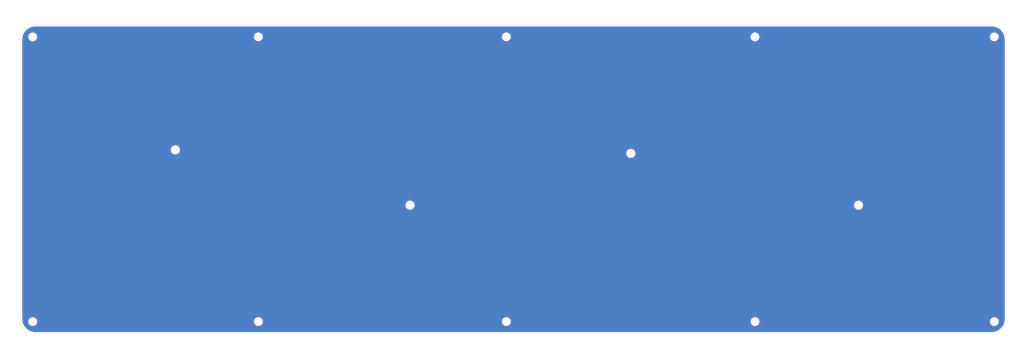
<source format=kicad_pcb>
(kicad_pcb (version 20211014) (generator pcbnew)
  (title_block (title "dynamis by bbrfkr") (date "2021-12-25") (rev "v1.0.0"))
  (layers (0 "F.Cu" signal) (31 "B.Cu" signal) (34 "B.Paste" user) (35 "F.Paste" user) (36 "B.SilkS" user "B.Silkscreen") (37 "F.SilkS" user "F.Silkscreen") (38 "B.Mask" user) (39 "F.Mask" user) (44 "Edge.Cuts" user))
  (net 0 "")
  (footprint "dynamis:logo" (layer "B.Cu") (at 371.7544 187.3758 180)
    (fp_text reference "LOGO01")
    (fp_text value "LOGO" hide)
  )
  (gr_line (start 329.844982 153.451394) (end 329.487988 153.212895) (layer "Edge.Cuts") (width 0.1))
  (gr_line (start 42.079414 194.5239) (end 42.079414 194.5239) (layer "Edge.Cuts") (width 0.1))
  (gr_line (start 294.132 191.690907) (end 294.132 191.690907) (layer "Edge.Cuts") (width 0.1))
  (gr_line (start 44.369534 192.248906) (end 44.594554 191.915905) (layer "Edge.Cuts") (width 0.1))
  (gr_line (start 377.833996 193.400898) (end 377.500988 193.625897) (layer "Edge.Cuts") (width 0.1))
  (gr_line (start 330.686993 153.451394) (end 330.686993 153.451394) (layer "Edge.Cuts") (width 0.1))
  (gr_line (start 376.125012 94.69122) (end 376.125012 94.69122) (layer "Edge.Cuts") (width 0.1))
  (gr_line (start 208.333019 93.31503) (end 208.742016 93.23251) (layer "Edge.Cuts") (width 0.1))
  (gr_line (start 378.141979 94.28251) (end 378.141979 94.28251) (layer "Edge.Cuts") (width 0.1))
  (gr_line (start 46.079484 193.400898) (end 45.745724 193.625897) (layer "Edge.Cuts") (width 0.1))
  (gr_line (start 174.727993 153.192692) (end 174.489987 152.835793) (layer "Edge.Cuts") (width 0.1))
  (gr_line (start 294.540997 193.707898) (end 294.132 193.625897) (layer "Edge.Cuts") (width 0.1))
  (gr_line (start 46.239354 90.190966) (end 376.179974 90.190966) (layer "Edge.Cuts") (width 0.1))
  (gr_line (start 124.146893 193.066899) (end 123.921894 193.400898) (layer "Edge.Cuts") (width 0.1))
  (gr_line (start 175.933987 151.401291) (end 176.283993 151.636994) (layer "Edge.Cuts") (width 0.1))
  (gr_line (start 122.436894 93.54005) (end 122.770695 93.31503) (layer "Edge.Cuts") (width 0.1))
  (gr_line (start 376.125012 94.69122) (end 376.042004 94.28251) (layer "Edge.Cuts") (width 0.1))
  (gr_line (start 294.132 193.625897) (end 294.132 193.625897) (layer "Edge.Cuts") (width 0.1))
  (gr_line (start 93.755802 134.109494) (end 93.517403 133.752594) (layer "Edge.Cuts") (width 0.1))
  (gr_line (start 45.259344 90.287927) (end 46.239354 90.190966) (layer "Edge.Cuts") (width 0.1))
  (gr_line (start 44.594554 95.024972) (end 44.369534 94.691209) (layer "Edge.Cuts") (width 0.1))
  (gr_line (start 378.059979 193.066899) (end 377.833996 193.400898) (layer "Edge.Cuts") (width 0.1))
  (gr_line (start 329.165966 152.435097) (end 329.249981 152.014096) (layer "Edge.Cuts") (width 0.1))
  (gr_line (start 377.833996 193.400898) (end 377.833996 193.400898) (layer "Edge.Cuts") (width 0.1))
  (gr_line (start 208.333019 95.25) (end 208.333019 95.25) (layer "Edge.Cuts") (width 0.1))
  (gr_line (start 208.742016 95.33251) (end 208.333019 95.25) (layer "Edge.Cuts") (width 0.1))
  (gr_line (start 42.703821 195.285901) (end 42.703821 195.285901) (layer "Edge.Cuts") (width 0.1))
  (gr_line (start 378.059979 93.8738) (end 378.141979 94.28251) (layer "Edge.Cuts") (width 0.1))
  (gr_line (start 293.572994 193.066899) (end 293.572994 193.066899) (layer "Edge.Cuts") (width 0.1))
  (gr_line (start 376.682995 193.625897) (end 376.350018 193.400898) (layer "Edge.Cuts") (width 0.1))
  (gr_line (start 122.211895 193.066899) (end 122.129398 192.657902) (layer "Edge.Cuts") (width 0.1))
  (gr_line (start 93.433705 133.331692) (end 93.433705 133.331692) (layer "Edge.Cuts") (width 0.1))
  (gr_line (start 381.083019 192.729901) (end 380.799023 193.662899) (layer "Edge.Cuts") (width 0.1))
  (gr_line (start 376.350018 93.54005) (end 376.350018 93.54005) (layer "Edge.Cuts") (width 0.1))
  (gr_line (start 380.340008 92.416959) (end 380.340008 92.416959) (layer "Edge.Cuts") (width 0.1))
  (gr_line (start 209.484005 193.400898) (end 209.151013 193.625897) (layer "Edge.Cuts") (width 0.1))
  (gr_line (start 380.340008 92.416959) (end 380.799023 93.277549) (layer "Edge.Cuts") (width 0.1))
  (gr_line (start 174.489987 152.835793) (end 174.405987 152.414891) (layer "Edge.Cuts") (width 0.1))
  (gr_line (start 376.042004 192.657902) (end 376.125012 192.248906) (layer "Edge.Cuts") (width 0.1))
  (gr_line (start 93.517403 132.910691) (end 93.517403 132.910691) (layer "Edge.Cuts") (width 0.1))
  (gr_line (start 209.484005 93.54005) (end 209.484005 93.54005) (layer "Edge.Cuts") (width 0.1))
  (gr_line (start 124.229389 94.28251) (end 124.229389 94.28251) (layer "Edge.Cuts") (width 0.1))
  (gr_line (start 379.715984 91.655432) (end 380.340008 92.416959) (layer "Edge.Cuts") (width 0.1))
  (gr_line (start 207.99902 95.02498) (end 207.774014 94.69122) (layer "Edge.Cuts") (width 0.1))
  (gr_line (start 376.350018 95.02497) (end 376.350018 95.02497) (layer "Edge.Cuts") (width 0.1))
  (gr_line (start 250.910015 133.753296) (end 250.910015 133.753296) (layer "Edge.Cuts") (width 0.1))
  (gr_line (start 46.239354 196.749897) (end 45.259344 196.652897) (layer "Edge.Cuts") (width 0.1))
  (gr_line (start 376.179974 196.749897) (end 46.239354 196.749897) (layer "Edge.Cuts") (width 0.1))
  (gr_line (start 208.742016 193.707898) (end 208.742016 193.707898) (layer "Edge.Cuts") (width 0.1))
  (gr_line (start 46.079484 191.915905) (end 46.079484 191.915905) (layer "Edge.Cuts") (width 0.1))
  (gr_line (start 122.129398 192.657902) (end 122.211895 192.248906) (layer "Edge.Cuts") (width 0.1))
  (gr_line (start 251.687023 135.631195) (end 251.266018 135.547394) (layer "Edge.Cuts") (width 0.1))
  (gr_line (start 293.798 193.400898) (end 293.572994 193.066899) (layer "Edge.Cuts") (width 0.1))
  (gr_line (start 45.738834 93.312429) (end 45.738834 93.312429) (layer "Edge.Cuts") (width 0.1))
  (gr_line (start 44.928314 193.625897) (end 44.928314 193.625897) (layer "Edge.Cuts") (width 0.1))
  (gr_line (start 46.304504 192.248906) (end 46.387014 192.657902) (layer "Edge.Cuts") (width 0.1))
  (gr_line (start 377.091992 95.33251) (end 377.091992 95.33251) (layer "Edge.Cuts") (width 0.1))
  (gr_line (start 293.572994 94.69122) (end 293.490994 94.28251) (layer "Edge.Cuts") (width 0.1))
  (gr_line (start 44.928314 93.315019) (end 44.928314 93.315019) (layer "Edge.Cuts") (width 0.1))
  (gr_line (start 208.333019 191.690907) (end 208.333019 191.690907) (layer "Edge.Cuts") (width 0.1))
  (gr_line (start 44.594554 191.915905) (end 44.594554 191.915905) (layer "Edge.Cuts") (width 0.1))
  (gr_line (start 45.745724 193.625897) (end 45.745724 193.625897) (layer "Edge.Cuts") (width 0.1))
  (gr_line (start 41.336316 192.729901) (end 41.336316 192.729901) (layer "Edge.Cuts") (width 0.1))
  (gr_line (start 123.179394 95.33251) (end 123.179394 95.33251) (layer "Edge.Cuts") (width 0.1))
  (gr_line (start 122.436894 95.02497) (end 122.211895 94.69122) (layer "Edge.Cuts") (width 0.1))
  (gr_line (start 44.928314 95.249992) (end 44.928314 95.249992) (layer "Edge.Cuts") (width 0.1))
  (gr_line (start 293.798 193.400898) (end 293.798 193.400898) (layer "Edge.Cuts") (width 0.1))
  (gr_line (start 250.671017 134.952095) (end 250.671017 134.952095) (layer "Edge.Cuts") (width 0.1))
  (gr_line (start 376.179974 90.190966) (end 377.159985 90.287927) (layer "Edge.Cuts") (width 0.1))
  (gr_line (start 331.043987 153.212895) (end 331.043987 153.212895) (layer "Edge.Cuts") (width 0.1))
  (gr_line (start 252.704006 134.110199) (end 252.786999 134.531197) (layer "Edge.Cuts") (width 0.1))
  (gr_line (start 44.928314 191.690907) (end 44.928314 191.690907) (layer "Edge.Cuts") (width 0.1))
  (gr_line (start 295.283001 95.02497) (end 295.283001 95.02497) (layer "Edge.Cuts") (width 0.1))
  (gr_line (start 94.954601 132.315392) (end 94.954601 132.315392) (layer "Edge.Cuts") (width 0.1))
  (gr_line (start 377.833996 191.915905) (end 377.833996 191.915905) (layer "Edge.Cuts") (width 0.1))
  (gr_line (start 376.125012 192.248906) (end 376.350018 191.915905) (layer "Edge.Cuts") (width 0.1))
  (gr_line (start 176.518994 152.842999) (end 176.518994 152.842999) (layer "Edge.Cuts") (width 0.1))
  (gr_line (start 293.798 95.02497) (end 293.572994 94.69122) (layer "Edge.Cuts") (width 0.1))
  (gr_line (start 294.132 95.25) (end 294.132 95.25) (layer "Edge.Cuts") (width 0.1))
  (gr_line (start 209.792004 94.28251) (end 209.792004 94.28251) (layer "Edge.Cuts") (width 0.1))
  (gr_line (start 376.179974 90.190966) (end 376.179974 90.190966) (layer "Edge.Cuts") (width 0.1))
  (gr_line (start 293.572994 93.8738) (end 293.798 93.54005) (layer "Edge.Cuts") (width 0.1))
  (gr_line (start 45.259344 90.287927) (end 45.259344 90.287927) (layer "Edge.Cuts") (width 0.1))
  (gr_line (start 295.508007 93.8738) (end 295.591 94.28251) (layer "Edge.Cuts") (width 0.1))
  (gr_line (start 378.092999 90.571568) (end 378.953991 91.031025) (layer "Edge.Cuts") (width 0.1))
  (gr_line (start 176.283993 151.636994) (end 176.283993 151.636994) (layer "Edge.Cuts") (width 0.1))
  (gr_line (start 122.770695 191.690907) (end 122.770695 191.690907) (layer "Edge.Cuts") (width 0.1))
  (gr_line (start 295.508007 94.69122) (end 295.283001 95.02497) (layer "Edge.Cuts") (width 0.1))
  (gr_line (start 46.079484 193.400898) (end 46.079484 193.400898) (layer "Edge.Cuts") (width 0.1))
  (gr_line (start 46.387014 94.282509) (end 46.304504 94.691209) (layer "Edge.Cuts") (width 0.1))
  (gr_line (start 122.436894 191.915905) (end 122.436894 191.915905) (layer "Edge.Cuts") (width 0.1))
  (gr_line (start 41.239355 191.749897) (end 41.239355 191.749897) (layer "Edge.Cuts") (width 0.1))
  (gr_line (start 294.949993 95.25) (end 294.949993 95.25) (layer "Edge.Cuts") (width 0.1))
  (gr_line (start 46.387014 192.657902) (end 46.387014 192.657902) (layer "Edge.Cuts") (width 0.1))
  (gr_line (start 294.540997 93.23251) (end 294.540997 93.23251) (layer "Edge.Cuts") (width 0.1))
  (gr_line (start 42.703821 195.285901) (end 42.079414 194.5239) (layer "Edge.Cuts") (width 0.1))
  (gr_line (start 93.755802 132.553891) (end 93.755802 132.553891) (layer "Edge.Cuts") (width 0.1))
  (gr_line (start 94.533703 134.431694) (end 94.533703 134.431694) (layer "Edge.Cuts") (width 0.1))
  (gr_line (start 122.770695 95.25) (end 122.436894 95.02497) (layer "Edge.Cuts") (width 0.1))
  (gr_line (start 174.489987 151.993889) (end 174.489987 151.993889) (layer "Edge.Cuts") (width 0.1))
  (gr_line (start 251.687023 133.431199) (end 252.108029 133.514897) (layer "Edge.Cuts") (width 0.1))
  (gr_line (start 207.692013 192.657902) (end 207.774014 192.248906) (layer "Edge.Cuts") (width 0.1))
  (gr_line (start 294.949993 95.25) (end 294.540997 95.33251) (layer "Edge.Cuts") (width 0.1))
  (gr_line (start 380.799023 93.277549) (end 381.083019 94.210959) (layer "Edge.Cuts") (width 0.1))
  (gr_line (start 93.517403 133.752594) (end 93.517403 133.752594) (layer "Edge.Cuts") (width 0.1))
  (gr_line (start 329.487988 153.212895) (end 329.249981 152.855996) (layer "Edge.Cuts") (width 0.1))
  (gr_line (start 42.703821 91.655432) (end 43.465354 91.031025) (layer "Edge.Cuts") (width 0.1))
  (gr_line (start 377.500988 191.690907) (end 377.500988 191.690907) (layer "Edge.Cuts") (width 0.1))
  (gr_line (start 295.508007 192.248906) (end 295.591 192.657902) (layer "Edge.Cuts") (width 0.1))
  (gr_line (start 295.283001 193.400898) (end 295.283001 193.400898) (layer "Edge.Cuts") (width 0.1))
  (gr_line (start 381.180004 95.190969) (end 381.180004 191.749897) (layer "Edge.Cuts") (width 0.1))
  (gr_line (start 45.337014 93.232509) (end 45.738834 93.312429) (layer "Edge.Cuts") (width 0.1))
  (gr_line (start 46.079484 95.024972) (end 46.079484 95.024972) (layer "Edge.Cuts") (width 0.1))
  (gr_line (start 41.336316 192.729901) (end 41.239355 191.749897) (layer "Edge.Cuts") (width 0.1))
  (gr_line (start 378.953991 195.909901) (end 378.953991 195.909901) (layer "Edge.Cuts") (width 0.1))
  (gr_line (start 176.605999 152.414898) (end 176.518994 152.842999) (layer "Edge.Cuts") (width 0.1))
  (gr_line (start 376.682995 193.625897) (end 376.682995 193.625897) (layer "Edge.Cuts") (width 0.1))
  (gr_line (start 329.487988 153.212895) (end 329.487988 153.212895) (layer "Edge.Cuts") (width 0.1))
  (gr_line (start 207.774014 193.066899) (end 207.692013 192.657902) (layer "Edge.Cuts") (width 0.1))
  (gr_line (start 94.954601 134.347893) (end 94.954601 134.347893) (layer "Edge.Cuts") (width 0.1))
  (gr_line (start 124.146893 93.8738) (end 124.146893 93.8738) (layer "Edge.Cuts") (width 0.1))
  (gr_line (start 46.304504 94.691212) (end 46.079484 95.024972) (layer "Edge.Cuts") (width 0.1))
  (gr_line (start 95.311501 132.553891) (end 95.311501 132.553891) (layer "Edge.Cuts") (width 0.1))
  (gr_line (start 377.833996 95.02497) (end 377.833996 95.02497) (layer "Edge.Cuts") (width 0.1))
  (gr_line (start 209.151013 93.31503) (end 209.151013 93.31503) (layer "Edge.Cuts") (width 0.1))
  (gr_line (start 377.159985 196.652897) (end 376.179974 196.749897) (layer "Edge.Cuts") (width 0.1))
  (gr_line (start 44.928314 191.690907) (end 45.337014 191.607907) (layer "Edge.Cuts") (width 0.1))
  (gr_line (start 122.436894 93.54005) (end 122.436894 93.54005) (layer "Edge.Cuts") (width 0.1))
  (gr_line (start 380.340008 194.5239) (end 379.715984 195.285901) (layer "Edge.Cuts") (width 0.1))
  (gr_line (start 44.369534 94.691209) (end 44.369534 94.691209) (layer "Edge.Cuts") (width 0.1))
  (gr_line (start 209.484005 193.400898) (end 209.484005 193.400898) (layer "Edge.Cuts") (width 0.1))
  (gr_line (start 45.337014 95.332512) (end 44.928314 95.249992) (layer "Edge.Cuts") (width 0.1))
  (gr_line (start 329.249981 152.014096) (end 329.487988 151.657296) (layer "Edge.Cuts") (width 0.1))
  (gr_line (start 44.287014 192.657902) (end 44.369534 192.248906) (layer "Edge.Cuts") (width 0.1))
  (gr_line (start 207.774014 192.248906) (end 207.99902 191.915905) (layer "Edge.Cuts") (width 0.1))
  (gr_line (start 376.682995 93.31503) (end 376.682995 93.31503) (layer "Edge.Cuts") (width 0.1))
  (gr_line (start 250.910015 135.308995) (end 250.671017 134.952095) (layer "Edge.Cuts") (width 0.1))
  (gr_line (start 44.594554 191.915905) (end 44.928314 191.690907) (layer "Edge.Cuts") (width 0.1))
  (gr_line (start 209.151013 95.25) (end 208.742016 95.33251) (layer "Edge.Cuts") (width 0.1))
  (gr_line (start 295.283001 93.54005) (end 295.283001 93.54005) (layer "Edge.Cuts") (width 0.1))
  (gr_line (start 174.405987 152.414891) (end 174.405987 152.414891) (layer "Edge.Cuts") (width 0.1))
  (gr_line (start 378.141979 192.657902) (end 378.141979 192.657902) (layer "Edge.Cuts") (width 0.1))
  (gr_line (start 174.489987 152.835793) (end 174.489987 152.835793) (layer "Edge.Cuts") (width 0.1))
  (gr_line (start 331.043987 151.657296) (end 331.043987 151.657296) (layer "Edge.Cuts") (width 0.1))
  (gr_line (start 44.325934 196.368901) (end 44.325934 196.368901) (layer "Edge.Cuts") (width 0.1))
  (gr_line (start 294.540997 191.607907) (end 294.540997 191.607907) (layer "Edge.Cuts") (width 0.1))
  (gr_line (start 41.239355 191.749897) (end 41.239355 95.190969) (layer "Edge.Cuts") (width 0.1))
  (gr_line (start 331.283001 152.014096) (end 331.366009 152.435097) (layer "Edge.Cuts") (width 0.1))
  (gr_line (start 122.770695 193.625897) (end 122.770695 193.625897) (layer "Edge.Cuts") (width 0.1))
  (gr_line (start 123.179394 93.23251) (end 123.588093 93.31503) (layer "Edge.Cuts") (width 0.1))
  (gr_line (start 94.954601 132.315392) (end 95.311501 132.553891) (layer "Edge.Cuts") (width 0.1))
  (gr_line (start 209.709011 93.87381) (end 209.792004 94.28251) (layer "Edge.Cuts") (width 0.1))
  (gr_line (start 330.265972 153.535092) (end 329.844982 153.451394) (layer "Edge.Cuts") (width 0.1))
  (gr_line (start 122.770695 95.25) (end 122.770695 95.25) (layer "Edge.Cuts") (width 0.1))
  (gr_line (start 208.333019 191.690907) (end 208.742016 191.607907) (layer "Edge.Cuts") (width 0.1))
  (gr_line (start 122.211895 192.248906) (end 122.436894 191.915905) (layer "Edge.Cuts") (width 0.1))
  (gr_line (start 378.953991 195.909901) (end 378.092999 196.368901) (layer "Edge.Cuts") (width 0.1))
  (gr_line (start 45.745724 95.249992) (end 45.337014 95.332512) (layer "Edge.Cuts") (width 0.1))
  (gr_line (start 44.369534 94.691209) (end 44.287014 94.282509) (layer "Edge.Cuts") (width 0.1))
  (gr_line (start 44.928314 93.315019) (end 45.337014 93.232509) (layer "Edge.Cuts") (width 0.1))
  (gr_line (start 329.249981 152.014096) (end 329.249981 152.014096) (layer "Edge.Cuts") (width 0.1))
  (gr_line (start 294.540997 95.33251) (end 294.540997 95.33251) (layer "Edge.Cuts") (width 0.1))
  (gr_line (start 123.588093 193.625897) (end 123.588093 193.625897) (layer "Edge.Cuts") (width 0.1))
  (gr_line (start 379.715984 195.285901) (end 378.953991 195.909901) (layer "Edge.Cuts") (width 0.1))
  (gr_line (start 176.518994 151.986695) (end 176.605999 152.414895) (layer "Edge.Cuts") (width 0.1))
  (gr_line (start 123.588093 191.690907) (end 123.588093 191.690907) (layer "Edge.Cuts") (width 0.1))
  (gr_line (start 95.5499 133.752594) (end 95.5499 133.752594) (layer "Edge.Cuts") (width 0.1))
  (gr_line (start 252.704006 134.952095) (end 252.465023 135.308995) (layer "Edge.Cuts") (width 0.1))
  (gr_line (start 123.179394 95.33251) (end 122.770695 95.25) (layer "Edge.Cuts") (width 0.1))
  (gr_line (start 207.99902 95.02498) (end 207.99902 95.02498) (layer "Edge.Cuts") (width 0.1))
  (gr_line (start 42.079414 194.5239) (end 41.619957 193.662899) (layer "Edge.Cuts") (width 0.1))
  (gr_line (start 380.799023 193.662899) (end 380.799023 193.662899) (layer "Edge.Cuts") (width 0.1))
  (gr_line (start 376.350018 193.400898) (end 376.125012 193.066899) (layer "Edge.Cuts") (width 0.1))
  (gr_line (start 330.686993 153.451394) (end 330.265972 153.535092) (layer "Edge.Cuts") (width 0.1))
  (gr_line (start 209.151013 191.690907) (end 209.151013 191.690907) (layer "Edge.Cuts") (width 0.1))
  (gr_line (start 123.921894 93.54005) (end 124.146893 93.8738) (layer "Edge.Cuts") (width 0.1))
  (gr_line (start 378.953991 91.031025) (end 378.953991 91.031025) (layer "Edge.Cuts") (width 0.1))
  (gr_line (start 209.709011 192.248906) (end 209.792004 192.657902) (layer "Edge.Cuts") (width 0.1))
  (gr_line (start 250.910015 135.308995) (end 250.910015 135.308995) (layer "Edge.Cuts") (width 0.1))
  (gr_line (start 207.692013 192.657902) (end 207.692013 192.657902) (layer "Edge.Cuts") (width 0.1))
  (gr_line (start 124.229389 94.28251) (end 124.146893 94.69122) (layer "Edge.Cuts") (width 0.1))
  (gr_line (start 176.283993 153.192696) (end 175.933987 153.428395) (layer "Edge.Cuts") (width 0.1))
  (gr_line (start 41.239355 95.190969) (end 41.239355 95.190969) (layer "Edge.Cuts") (width 0.1))
  (gr_line (start 330.265972 151.335095) (end 330.686993 151.418793) (layer "Edge.Cuts") (width 0.1))
  (gr_line (start 295.283001 93.54005) (end 295.508007 93.8738) (layer "Edge.Cuts") (width 0.1))
  (gr_line (start 376.125012 93.8738) (end 376.125012 93.8738) (layer "Edge.Cuts") (width 0.1))
  (gr_line (start 44.369534 93.873799) (end 44.369534 93.873799) (layer "Edge.Cuts") (width 0.1))
  (gr_line (start 41.239355 95.190969) (end 41.336316 94.210959) (layer "Edge.Cuts") (width 0.1))
  (gr_line (start 44.594554 95.024972) (end 44.594554 95.024972) (layer "Edge.Cuts") (width 0.1))
  (gr_line (start 124.146893 192.248906) (end 124.229389 192.657902) (layer "Edge.Cuts") (width 0.1))
  (gr_line (start 43.465354 195.909901) (end 42.703821 195.285901) (layer "Edge.Cuts") (width 0.1))
  (gr_line (start 377.833996 95.02497) (end 377.500988 95.25) (layer "Edge.Cuts") (width 0.1))
  (gr_line (start 124.146893 94.69122) (end 123.921894 95.02497) (layer "Edge.Cuts") (width 0.1))
  (gr_line (start 175.933987 153.428395) (end 175.933987 153.428395) (layer "Edge.Cuts") (width 0.1))
  (gr_line (start 209.792004 192.657902) (end 209.792004 192.657902) (layer "Edge.Cuts") (width 0.1))
  (gr_line (start 175.084988 151.398591) (end 175.505993 151.314892) (layer "Edge.Cuts") (width 0.1))
  (gr_line (start 44.325934 196.368901) (end 43.465354 195.909901) (layer "Edge.Cuts") (width 0.1))
  (gr_line (start 331.043987 153.212895) (end 330.686993 153.451394) (layer "Edge.Cuts") (width 0.1))
  (gr_line (start 45.337014 193.707898) (end 44.928314 193.625897) (layer "Edge.Cuts") (width 0.1))
  (gr_line (start 175.505993 151.314892) (end 175.933987 151.401291) (layer "Edge.Cuts") (width 0.1))
  (gr_line (start 252.108029 135.547394) (end 252.108029 135.547394) (layer "Edge.Cuts") (width 0.1))
  (gr_line (start 250.671017 134.110199) (end 250.910015 133.753296) (layer "Edge.Cuts") (width 0.1))
  (gr_line (start 209.484005 191.915905) (end 209.709011 192.248906) (layer "Edge.Cuts") (width 0.1))
  (gr_line (start 124.229389 192.657902) (end 124.229389 192.657902) (layer "Edge.Cuts") (width 0.1))
  (gr_line (start 251.266018 135.547394) (end 251.266018 135.547394) (layer "Edge.Cuts") (width 0.1))
  (gr_line (start 175.505993 153.514893) (end 175.084988 153.431092) (layer "Edge.Cuts") (width 0.1))
  (gr_line (start 122.129398 94.28251) (end 122.129398 94.28251) (layer "Edge.Cuts") (width 0.1))
  (gr_line (start 295.508007 192.248906) (end 295.508007 192.248906) (layer "Edge.Cuts") (width 0.1))
  (gr_line (start 123.921894 191.915905) (end 123.921894 191.915905) (layer "Edge.Cuts") (width 0.1))
  (gr_line (start 44.325934 90.571568) (end 45.259344 90.287927) (layer "Edge.Cuts") (width 0.1))
  (gr_line (start 44.594554 193.400898) (end 44.369534 193.066899) (layer "Edge.Cuts") (width 0.1))
  (gr_line (start 294.540997 193.707898) (end 294.540997 193.707898) (layer "Edge.Cuts") (width 0.1))
  (gr_line (start 46.387014 192.657902) (end 46.304504 193.066899) (layer "Edge.Cuts") (width 0.1))
  (gr_line (start 46.079484 93.540039) (end 46.307094 93.880689) (layer "Edge.Cuts") (width 0.1))
  (gr_line (start 208.333019 93.31503) (end 208.333019 93.31503) (layer "Edge.Cuts") (width 0.1))
  (gr_line (start 122.211895 93.8738) (end 122.436894 93.54005) (layer "Edge.Cuts") (width 0.1))
  (gr_line (start 378.059979 192.248906) (end 378.141979 192.657902) (layer "Edge.Cuts") (width 0.1))
  (gr_line (start 45.337014 93.232509) (end 45.337014 93.232509) (layer "Edge.Cuts") (width 0.1))
  (gr_line (start 380.799023 93.277549) (end 380.799023 93.277549) (layer "Edge.Cuts") (width 0.1))
  (gr_line (start 376.682995 95.25) (end 376.682995 95.25) (layer "Edge.Cuts") (width 0.1))
  (gr_line (start 123.179394 93.23251) (end 123.179394 93.23251) (layer "Edge.Cuts") (width 0.1))
  (gr_line (start 294.949993 93.31503) (end 294.949993 93.31503) (layer "Edge.Cuts") (width 0.1))
  (gr_line (start 378.059979 94.69122) (end 377.833996 95.02497) (layer "Edge.Cuts") (width 0.1))
  (gr_line (start 252.465023 135.308995) (end 252.108029 135.547394) (layer "Edge.Cuts") (width 0.1))
  (gr_line (start 207.99902 191.915905) (end 208.333019 191.690907) (layer "Edge.Cuts") (width 0.1))
  (gr_line (start 94.112705 132.315392) (end 94.112705 132.315392) (layer "Edge.Cuts") (width 0.1))
  (gr_line (start 295.591 94.28251) (end 295.591 94.28251) (layer "Edge.Cuts") (width 0.1))
  (gr_line (start 376.682995 191.690907) (end 377.091992 191.607907) (layer "Edge.Cuts") (width 0.1))
  (gr_line (start 377.500988 95.25) (end 377.500988 95.25) (layer "Edge.Cuts") (width 0.1))
  (gr_line (start 123.179394 191.607907) (end 123.179394 191.607907) (layer "Edge.Cuts") (width 0.1))
  (gr_line (start 41.619957 93.277549) (end 42.079414 92.416959) (layer "Edge.Cuts") (width 0.1))
  (gr_line (start 44.369534 193.066899) (end 44.287014 192.657902) (layer "Edge.Cuts") (width 0.1))
  (gr_line (start 381.180004 191.749897) (end 381.180004 191.749897) (layer "Edge.Cuts") (width 0.1))
  (gr_line (start 175.505993 151.314892) (end 175.505993 151.314892) (layer "Edge.Cuts") (width 0.1))
  (gr_line (start 123.588093 93.31503) (end 123.921894 93.54005) (layer "Edge.Cuts") (width 0.1))
  (gr_line (start 122.436894 95.02497) (end 122.436894 95.02497) (layer "Edge.Cuts") (width 0.1))
  (gr_line (start 377.091992 193.707898) (end 377.091992 193.707898) (layer "Edge.Cuts") (width 0.1))
  (gr_line (start 122.211895 93.8738) (end 122.211895 93.8738) (layer "Edge.Cuts") (width 0.1))
  (gr_line (start 122.770695 191.690907) (end 123.179394 191.607907) (layer "Edge.Cuts") (width 0.1))
  (gr_line (start 209.709011 193.066899) (end 209.484005 193.400898) (layer "Edge.Cuts") (width 0.1))
  (gr_line (start 124.229389 192.657902) (end 124.146893 193.066899) (layer "Edge.Cuts") (width 0.1))
  (gr_line (start 380.340008 194.5239) (end 380.340008 194.5239) (layer "Edge.Cuts") (width 0.1))
  (gr_line (start 376.042004 94.28251) (end 376.125012 93.8738) (layer "Edge.Cuts") (width 0.1))
  (gr_line (start 330.686993 151.418793) (end 331.043987 151.657296) (layer "Edge.Cuts") (width 0.1))
  (gr_line (start 252.108029 135.547394) (end 251.687023 135.631195) (layer "Edge.Cuts") (width 0.1))
  (gr_line (start 331.043987 151.657296) (end 331.283001 152.014096) (layer "Edge.Cuts") (width 0.1))
  (gr_line (start 175.933987 153.428395) (end 175.505993 153.514893) (layer "Edge.Cuts") (width 0.1))
  (gr_line (start 250.587017 134.531197) (end 250.671017 134.110199) (layer "Edge.Cuts") (width 0.1))
  (gr_line (start 207.774014 192.248906) (end 207.774014 192.248906) (layer "Edge.Cuts") (width 0.1))
  (gr_line (start 377.091992 191.607907) (end 377.500988 191.690907) (layer "Edge.Cuts") (width 0.1))
  (gr_line (start 123.921894 193.400898) (end 123.588093 193.625897) (layer "Edge.Cuts") (width 0.1))
  (gr_line (start 376.350018 191.915905) (end 376.682995 191.690907) (layer "Edge.Cuts") (width 0.1))
  (gr_line (start 378.059979 192.248906) (end 378.059979 192.248906) (layer "Edge.Cuts") (width 0.1))
  (gr_line (start 209.792004 94.28251) (end 209.709011 94.69122) (layer "Edge.Cuts") (width 0.1))
  (gr_line (start 377.091992 193.707898) (end 376.682995 193.625897) (layer "Edge.Cuts") (width 0.1))
  (gr_line (start 46.307094 93.880689) (end 46.387014 94.282509) (layer "Edge.Cuts") (width 0.1))
  (gr_line (start 44.287014 94.282509) (end 44.287014 94.282509) (layer "Edge.Cuts") (width 0.1))
  (gr_line (start 123.588093 93.31503) (end 123.588093 93.31503) (layer "Edge.Cuts") (width 0.1))
  (gr_line (start 174.727993 151.63699) (end 175.084988 151.398591) (layer "Edge.Cuts") (width 0.1))
  (gr_line (start 209.484005 93.54005) (end 209.709011 93.87381) (layer "Edge.Cuts") (width 0.1))
  (gr_line (start 46.304504 192.248906) (end 46.304504 192.248906) (layer "Edge.Cuts") (width 0.1))
  (gr_line (start 175.084988 153.431092) (end 174.727993 153.192692) (layer "Edge.Cuts") (width 0.1))
  (gr_line (start 376.350018 95.02497) (end 376.125012 94.69122) (layer "Edge.Cuts") (width 0.1))
  (gr_line (start 95.5499 133.752594) (end 95.311501 134.109494) (layer "Edge.Cuts") (width 0.1))
  (gr_line (start 122.211895 193.066899) (end 122.211895 193.066899) (layer "Edge.Cuts") (width 0.1))
  (gr_line (start 95.311501 132.553891) (end 95.5499 132.910691) (layer "Edge.Cuts") (width 0.1))
  (gr_line (start 209.151013 193.625897) (end 208.742016 193.707898) (layer "Edge.Cuts") (width 0.1))
  (gr_line (start 376.125012 193.066899) (end 376.125012 193.066899) (layer "Edge.Cuts") (width 0.1))
  (gr_line (start 294.132 93.31503) (end 294.132 93.31503) (layer "Edge.Cuts") (width 0.1))
  (gr_line (start 378.092999 196.368901) (end 378.092999 196.368901) (layer "Edge.Cuts") (width 0.1))
  (gr_line (start 41.619957 193.662899) (end 41.619957 193.662899) (layer "Edge.Cuts") (width 0.1))
  (gr_line (start 381.180004 95.190969) (end 381.180004 95.190969) (layer "Edge.Cuts") (width 0.1))
  (gr_line (start 294.540997 95.33251) (end 294.132 95.25) (layer "Edge.Cuts") (width 0.1))
  (gr_line (start 209.484005 191.915905) (end 209.484005 191.915905) (layer "Edge.Cuts") (width 0.1))
  (gr_line (start 295.283001 95.02497) (end 294.949993 95.25) (layer "Edge.Cuts") (width 0.1))
  (gr_line (start 251.687023 135.631195) (end 251.687023 135.631195) (layer "Edge.Cuts") (width 0.1))
  (gr_line (start 377.500988 193.625897) (end 377.500988 193.625897) (layer "Edge.Cuts") (width 0.1))
  (gr_line (start 293.490994 192.657902) (end 293.572994 192.248906) (layer "Edge.Cuts") (width 0.1))
  (gr_line (start 44.287014 94.282509) (end 44.369534 93.873799) (layer "Edge.Cuts") (width 0.1))
  (gr_line (start 294.132 93.31503) (end 294.540997 93.23251) (layer "Edge.Cuts") (width 0.1))
  (gr_line (start 207.692013 94.28251) (end 207.774014 93.87381) (layer "Edge.Cuts") (width 0.1))
  (gr_line (start 207.99902 191.915905) (end 207.99902 191.915905) (layer "Edge.Cuts") (width 0.1))
  (gr_line (start 381.083019 94.210959) (end 381.180004 95.190969) (layer "Edge.Cuts") (width 0.1))
  (gr_line (start 44.325934 90.571568) (end 44.325934 90.571568) (layer "Edge.Cuts") (width 0.1))
  (gr_line (start 122.129398 192.657902) (end 122.129398 192.657902) (layer "Edge.Cuts") (width 0.1))
  (gr_line (start 329.249981 152.855996) (end 329.165966 152.435097) (layer "Edge.Cuts") (width 0.1))
  (gr_line (start 330.265972 151.335095) (end 330.265972 151.335095) (layer "Edge.Cuts") (width 0.1))
  (gr_line (start 43.465354 91.031025) (end 43.465354 91.031025) (layer "Edge.Cuts") (width 0.1))
  (gr_line (start 250.910015 133.753296) (end 251.266018 133.514897) (layer "Edge.Cuts") (width 0.1))
  (gr_line (start 329.844982 151.418793) (end 330.265972 151.335095) (layer "Edge.Cuts") (width 0.1))
  (gr_line (start 45.745724 191.690907) (end 45.745724 191.690907) (layer "Edge.Cuts") (width 0.1))
  (gr_line (start 294.949993 191.690907) (end 295.283001 191.915905) (layer "Edge.Cuts") (width 0.1))
  (gr_line (start 46.307094 93.880689) (end 46.307094 93.880689) (layer "Edge.Cuts") (width 0.1))
  (gr_line (start 209.709011 93.87381) (end 209.709011 93.87381) (layer "Edge.Cuts") (width 0.1))
  (gr_line (start 252.108029 133.514897) (end 252.465023 133.753296) (layer "Edge.Cuts") (width 0.1))
  (gr_line (start 42.079414 92.416959) (end 42.079414 92.416959) (layer "Edge.Cuts") (width 0.1))
  (gr_line (start 207.774014 93.87381) (end 207.774014 93.87381) (layer "Edge.Cuts") (width 0.1))
  (gr_line (start 41.619957 193.662899) (end 41.336316 192.729901) (layer "Edge.Cuts") (width 0.1))
  (gr_line (start 209.792004 192.657902) (end 209.709011 193.066899) (layer "Edge.Cuts") (width 0.1))
  (gr_line (start 208.742016 191.607907) (end 208.742016 191.607907) (layer "Edge.Cuts") (width 0.1))
  (gr_line (start 123.588093 193.625897) (end 123.179394 193.707898) (layer "Edge.Cuts") (width 0.1))
  (gr_line (start 209.709011 94.69122) (end 209.484005 95.02498) (layer "Edge.Cuts") (width 0.1))
  (gr_line (start 209.484005 95.02498) (end 209.151013 95.25) (layer "Edge.Cuts") (width 0.1))
  (gr_line (start 331.366009 152.435097) (end 331.283001 152.855996) (layer "Edge.Cuts") (width 0.1))
  (gr_line (start 252.465023 133.753296) (end 252.465023 133.753296) (layer "Edge.Cuts") (width 0.1))
  (gr_line (start 123.921894 95.02497) (end 123.921894 95.02497) (layer "Edge.Cuts") (width 0.1))
  (gr_line (start 207.774014 193.066899) (end 207.774014 193.066899) (layer "Edge.Cuts") (width 0.1))
  (gr_line (start 122.129398 94.28251) (end 122.211895 93.8738) (layer "Edge.Cuts") (width 0.1))
  (gr_line (start 44.594554 93.540039) (end 44.928314 93.315019) (layer "Edge.Cuts") (width 0.1))
  (gr_line (start 377.833996 191.915905) (end 378.059979 192.248906) (layer "Edge.Cuts") (width 0.1))
  (gr_line (start 94.112705 134.347893) (end 93.755802 134.109494) (layer "Edge.Cuts") (width 0.1))
  (gr_line (start 293.572994 193.066899) (end 293.490994 192.657902) (layer "Edge.Cuts") (width 0.1))
  (gr_line (start 209.151013 191.690907) (end 209.484005 191.915905) (layer "Edge.Cuts") (width 0.1))
  (gr_line (start 43.465354 91.031025) (end 44.325934 90.571568) (layer "Edge.Cuts") (width 0.1))
  (gr_line (start 295.508007 93.8738) (end 295.508007 93.8738) (layer "Edge.Cuts") (width 0.1))
  (gr_line (start 175.933987 151.401291) (end 175.933987 151.401291) (layer "Edge.Cuts") (width 0.1))
  (gr_line (start 376.042004 192.657902) (end 376.042004 192.657902) (layer "Edge.Cuts") (width 0.1))
  (gr_line (start 176.283993 151.636994) (end 176.518994 151.986695) (layer "Edge.Cuts") (width 0.1))
  (gr_line (start 209.484005 95.02498) (end 209.484005 95.02498) (layer "Edge.Cuts") (width 0.1))
  (gr_line (start 95.311501 134.109494) (end 94.954601 134.347893) (layer "Edge.Cuts") (width 0.1))
  (gr_line (start 379.715984 91.655432) (end 379.715984 91.655432) (layer "Edge.Cuts") (width 0.1))
  (gr_line (start 252.108029 133.514897) (end 252.108029 133.514897) (layer "Edge.Cuts") (width 0.1))
  (gr_line (start 123.921894 191.915905) (end 124.146893 192.248906) (layer "Edge.Cuts") (width 0.1))
  (gr_line (start 174.489987 151.993889) (end 174.727993 151.63699) (layer "Edge.Cuts") (width 0.1))
  (gr_line (start 95.311501 134.109494) (end 95.311501 134.109494) (layer "Edge.Cuts") (width 0.1))
  (gr_line (start 41.336316 94.210959) (end 41.336316 94.210959) (layer "Edge.Cuts") (width 0.1))
  (gr_line (start 175.084988 153.431092) (end 175.084988 153.431092) (layer "Edge.Cuts") (width 0.1))
  (gr_line (start 45.745724 95.249992) (end 45.745724 95.249992) (layer "Edge.Cuts") (width 0.1))
  (gr_line (start 376.682995 93.31503) (end 377.091992 93.23251) (layer "Edge.Cuts") (width 0.1))
  (gr_line (start 378.092999 90.571568) (end 378.092999 90.571568) (layer "Edge.Cuts") (width 0.1))
  (gr_line (start 208.742016 93.23251) (end 208.742016 93.23251) (layer "Edge.Cuts") (width 0.1))
  (gr_line (start 207.99902 193.400898) (end 207.774014 193.066899) (layer "Edge.Cuts") (width 0.1))
  (gr_line (start 329.844982 151.418793) (end 329.844982 151.418793) (layer "Edge.Cuts") (width 0.1))
  (gr_line (start 329.487988 151.657296) (end 329.487988 151.657296) (layer "Edge.Cuts") (width 0.1))
  (gr_line (start 209.151013 95.25) (end 209.151013 95.25) (layer "Edge.Cuts") (width 0.1))
  (gr_line (start 46.239354 196.749897) (end 46.239354 196.749897) (layer "Edge.Cuts") (width 0.1))
  (gr_line (start 46.079484 93.540039) (end 46.079484 93.540039) (layer "Edge.Cuts") (width 0.1))
  (gr_line (start 44.369534 93.873799) (end 44.594554 93.540039) (layer "Edge.Cuts") (width 0.1))
  (gr_line (start 208.742016 191.607907) (end 209.151013 191.690907) (layer "Edge.Cuts") (width 0.1))
  (gr_line (start 93.755802 134.109494) (end 93.755802 134.109494) (layer "Edge.Cuts") (width 0.1))
  (gr_line (start 378.092999 196.368901) (end 377.159985 196.652897) (layer "Edge.Cuts") (width 0.1))
  (gr_line (start 293.798 191.915905) (end 294.132 191.690907) (layer "Edge.Cuts") (width 0.1))
  (gr_line (start 124.146893 192.248906) (end 124.146893 192.248906) (layer "Edge.Cuts") (width 0.1))
  (gr_line (start 250.671017 134.110199) (end 250.671017 134.110199) (layer "Edge.Cuts") (width 0.1))
  (gr_line (start 376.682995 191.690907) (end 376.682995 191.690907) (layer "Edge.Cuts") (width 0.1))
  (gr_line (start 207.774014 94.69122) (end 207.692013 94.28251) (layer "Edge.Cuts") (width 0.1))
  (gr_line (start 41.619957 93.277549) (end 41.619957 93.277549) (layer "Edge.Cuts") (width 0.1))
  (gr_line (start 175.084988 151.398591) (end 175.084988 151.398591) (layer "Edge.Cuts") (width 0.1))
  (gr_line (start 251.266018 133.514897) (end 251.266018 133.514897) (layer "Edge.Cuts") (width 0.1))
  (gr_line (start 95.633701 133.331692) (end 95.5499 133.752594) (layer "Edge.Cuts") (width 0.1))
  (gr_line (start 209.151013 193.625897) (end 209.151013 193.625897) (layer "Edge.Cuts") (width 0.1))
  (gr_line (start 174.727993 151.63699) (end 174.727993 151.63699) (layer "Edge.Cuts") (width 0.1))
  (gr_line (start 252.786999 134.531197) (end 252.704006 134.952095) (layer "Edge.Cuts") (width 0.1))
  (gr_line (start 122.211895 192.248906) (end 122.211895 192.248906) (layer "Edge.Cuts") (width 0.1))
  (gr_line (start 123.921894 95.02497) (end 123.588093 95.25) (layer "Edge.Cuts") (width 0.1))
  (gr_line (start 208.333019 193.625897) (end 208.333019 193.625897) (layer "Edge.Cuts") (width 0.1))
  (gr_line (start 41.336316 94.210959) (end 41.619957 93.277549) (layer "Edge.Cuts") (width 0.1))
  (gr_line (start 376.042004 94.28251) (end 376.042004 94.28251) (layer "Edge.Cuts") (width 0.1))
  (gr_line (start 250.671017 134.952095) (end 250.587017 134.531197) (layer "Edge.Cuts") (width 0.1))
  (gr_line (start 294.540997 191.607907) (end 294.949993 191.690907) (layer "Edge.Cuts") (width 0.1))
  (gr_line (start 376.125012 192.248906) (end 376.125012 192.248906) (layer "Edge.Cuts") (width 0.1))
  (gr_line (start 42.079414 92.416959) (end 42.703821 91.655432) (layer "Edge.Cuts") (width 0.1))
  (gr_line (start 252.704006 134.110199) (end 252.704006 134.110199) (layer "Edge.Cuts") (width 0.1))
  (gr_line (start 122.211895 94.69122) (end 122.211895 94.69122) (layer "Edge.Cuts") (width 0.1))
  (gr_line (start 208.333019 95.25) (end 207.99902 95.02498) (layer "Edge.Cuts") (width 0.1))
  (gr_line (start 95.5499 132.910691) (end 95.5499 132.910691) (layer "Edge.Cuts") (width 0.1))
  (gr_line (start 250.587017 134.531197) (end 250.587017 134.531197) (layer "Edge.Cuts") (width 0.1))
  (gr_line (start 94.533703 132.231694) (end 94.533703 132.231694) (layer "Edge.Cuts") (width 0.1))
  (gr_line (start 378.059979 93.8738) (end 378.059979 93.8738) (layer "Edge.Cuts") (width 0.1))
  (gr_line (start 293.798 191.915905) (end 293.798 191.915905) (layer "Edge.Cuts") (width 0.1))
  (gr_line (start 44.594554 193.400898) (end 44.594554 193.400898) (layer "Edge.Cuts") (width 0.1))
  (gr_line (start 123.921894 93.54005) (end 123.921894 93.54005) (layer "Edge.Cuts") (width 0.1))
  (gr_line (start 176.283993 153.192696) (end 176.283993 153.192696) (layer "Edge.Cuts") (width 0.1))
  (gr_line (start 46.304504 193.066899) (end 46.079484 193.400898) (layer "Edge.Cuts") (width 0.1))
  (gr_line (start 45.259344 196.652897) (end 44.325934 196.368901) (layer "Edge.Cuts") (width 0.1))
  (gr_line (start 293.572994 94.69122) (end 293.572994 94.69122) (layer "Edge.Cuts") (width 0.1))
  (gr_line (start 207.774014 93.87381) (end 207.99902 93.54005) (layer "Edge.Cuts") (width 0.1))
  (gr_line (start 44.594554 93.540039) (end 44.594554 93.540039) (layer "Edge.Cuts") (width 0.1))
  (gr_line (start 208.333019 193.625897) (end 207.99902 193.400898) (layer "Edge.Cuts") (width 0.1))
  (gr_line (start 93.517403 132.910691) (end 93.755802 132.553891) (layer "Edge.Cuts") (width 0.1))
  (gr_line (start 376.125012 93.8738) (end 376.350018 93.54005) (layer "Edge.Cuts") (width 0.1))
  (gr_line (start 377.159985 196.652897) (end 377.159985 196.652897) (layer "Edge.Cuts") (width 0.1))
  (gr_line (start 93.517403 133.752594) (end 93.433705 133.331692) (layer "Edge.Cuts") (width 0.1))
  (gr_line (start 45.337014 95.332512) (end 45.337014 95.332512) (layer "Edge.Cuts") (width 0.1))
  (gr_line (start 376.125012 193.066899) (end 376.042004 192.657902) (layer "Edge.Cuts") (width 0.1))
  (gr_line (start 209.151013 93.31503) (end 209.484005 93.54005) (layer "Edge.Cuts") (width 0.1))
  (gr_line (start 46.387014 94.282509) (end 46.387014 94.282509) (layer "Edge.Cuts") (width 0.1))
  (gr_line (start 378.953991 91.031025) (end 379.715984 91.655432) (layer "Edge.Cuts") (width 0.1))
  (gr_line (start 329.844982 153.451394) (end 329.844982 153.451394) (layer "Edge.Cuts") (width 0.1))
  (gr_line (start 295.591 192.657902) (end 295.508007 193.066899) (layer "Edge.Cuts") (width 0.1))
  (gr_line (start 42.703821 91.655432) (end 42.703821 91.655432) (layer "Edge.Cuts") (width 0.1))
  (gr_line (start 122.436894 191.915905) (end 122.770695 191.690907) (layer "Edge.Cuts") (width 0.1))
  (gr_line (start 252.465023 135.308995) (end 252.465023 135.308995) (layer "Edge.Cuts") (width 0.1))
  (gr_line (start 377.091992 95.33251) (end 376.682995 95.25) (layer "Edge.Cuts") (width 0.1))
  (gr_line (start 207.692013 94.28251) (end 207.692013 94.28251) (layer "Edge.Cuts") (width 0.1))
  (gr_line (start 251.266018 133.514897) (end 251.687023 133.431199) (layer "Edge.Cuts") (width 0.1))
  (gr_line (start 377.159985 90.287927) (end 377.159985 90.287927) (layer "Edge.Cuts") (width 0.1))
  (gr_line (start 95.5499 132.910691) (end 95.633701 133.331692) (layer "Edge.Cuts") (width 0.1))
  (gr_line (start 208.742016 95.33251) (end 208.742016 95.33251) (layer "Edge.Cuts") (width 0.1))
  (gr_line (start 93.755802 132.553891) (end 94.112705 132.315392) (layer "Edge.Cuts") (width 0.1))
  (gr_line (start 294.540997 93.23251) (end 294.949993 93.31503) (layer "Edge.Cuts") (width 0.1))
  (gr_line (start 377.500988 93.31503) (end 377.500988 93.31503) (layer "Edge.Cuts") (width 0.1))
  (gr_line (start 376.179974 196.749897) (end 376.179974 196.749897) (layer "Edge.Cuts") (width 0.1))
  (gr_line (start 329.165966 152.435097) (end 329.165966 152.435097) (layer "Edge.Cuts") (width 0.1))
  (gr_line (start 207.99902 93.54005) (end 207.99902 93.54005) (layer "Edge.Cuts") (width 0.1))
  (gr_line (start 94.954601 134.347893) (end 94.533703 134.431694) (layer "Edge.Cuts") (width 0.1))
  (gr_line (start 293.798 95.02497) (end 293.798 95.02497) (layer "Edge.Cuts") (width 0.1))
  (gr_line (start 378.141979 192.657902) (end 378.059979 193.066899) (layer "Edge.Cuts") (width 0.1))
  (gr_line (start 94.533703 132.231694) (end 94.954601 132.315392) (layer "Edge.Cuts") (width 0.1))
  (gr_line (start 377.091992 93.23251) (end 377.091992 93.23251) (layer "Edge.Cuts") (width 0.1))
  (gr_line (start 380.799023 193.662899) (end 380.340008 194.5239) (layer "Edge.Cuts") (width 0.1))
  (gr_line (start 94.112705 132.315392) (end 94.533703 132.231694) (layer "Edge.Cuts") (width 0.1))
  (gr_line (start 207.99902 93.54005) (end 208.333019 93.31503) (layer "Edge.Cuts") (width 0.1))
  (gr_line (start 123.179394 193.707898) (end 122.770695 193.625897) (layer "Edge.Cuts") (width 0.1))
  (gr_line (start 376.350018 193.400898) (end 376.350018 193.400898) (layer "Edge.Cuts") (width 0.1))
  (gr_line (start 377.091992 93.23251) (end 377.500988 93.31503) (layer "Edge.Cuts") (width 0.1))
  (gr_line (start 377.500988 93.31503) (end 377.833996 93.54005) (layer "Edge.Cuts") (width 0.1))
  (gr_line (start 207.99902 193.400898) (end 207.99902 193.400898) (layer "Edge.Cuts") (width 0.1))
  (gr_line (start 123.588093 95.25) (end 123.588093 95.25) (layer "Edge.Cuts") (width 0.1))
  (gr_line (start 123.921894 193.400898) (end 123.921894 193.400898) (layer "Edge.Cuts") (width 0.1))
  (gr_line (start 122.770695 193.625897) (end 122.436894 193.400898) (layer "Edge.Cuts") (width 0.1))
  (gr_line (start 46.079484 95.024972) (end 45.745724 95.249992) (layer "Edge.Cuts") (width 0.1))
  (gr_line (start 122.770695 93.31503) (end 123.179394 93.23251) (layer "Edge.Cuts") (width 0.1))
  (gr_line (start 123.588093 95.25) (end 123.179394 95.33251) (layer "Edge.Cuts") (width 0.1))
  (gr_line (start 377.091992 191.607907) (end 377.091992 191.607907) (layer "Edge.Cuts") (width 0.1))
  (gr_line (start 251.687023 133.431199) (end 251.687023 133.431199) (layer "Edge.Cuts") (width 0.1))
  (gr_line (start 330.686993 151.418793) (end 330.686993 151.418793) (layer "Edge.Cuts") (width 0.1))
  (gr_line (start 381.180004 95.190969) (end 381.180004 95.190969) (layer "Edge.Cuts") (width 0.1))
  (gr_line (start 295.283001 191.915905) (end 295.508007 192.248906) (layer "Edge.Cuts") (width 0.1))
  (gr_line (start 45.337014 191.607907) (end 45.745724 191.690907) (layer "Edge.Cuts") (width 0.1))
  (gr_line (start 44.369534 193.066899) (end 44.369534 193.066899) (layer "Edge.Cuts") (width 0.1))
  (gr_line (start 293.490994 192.657902) (end 293.490994 192.657902) (layer "Edge.Cuts") (width 0.1))
  (gr_line (start 331.283001 152.855996) (end 331.043987 153.212895) (layer "Edge.Cuts") (width 0.1))
  (gr_line (start 252.465023 133.753296) (end 252.704006 134.110199) (layer "Edge.Cuts") (width 0.1))
  (gr_line (start 293.490994 94.28251) (end 293.572994 93.8738) (layer "Edge.Cuts") (width 0.1))
  (gr_line (start 293.490994 94.28251) (end 293.490994 94.28251) (layer "Edge.Cuts") (width 0.1))
  (gr_line (start 209.709011 192.248906) (end 209.709011 192.248906) (layer "Edge.Cuts") (width 0.1))
  (gr_line (start 43.465354 195.909901) (end 43.465354 195.909901) (layer "Edge.Cuts") (width 0.1))
  (gr_line (start 293.572994 93.8738) (end 293.572994 93.8738) (layer "Edge.Cuts") (width 0.1))
  (gr_line (start 44.287014 192.657902) (end 44.287014 192.657902) (layer "Edge.Cuts") (width 0.1))
  (gr_line (start 381.180004 191.749897) (end 381.083019 192.729901) (layer "Edge.Cuts") (width 0.1))
  (gr_line (start 377.500988 193.625897) (end 377.091992 193.707898) (layer "Edge.Cuts") (width 0.1))
  (gr_line (start 295.591 192.657902) (end 295.591 192.657902) (layer "Edge.Cuts") (width 0.1))
  (gr_line (start 377.159985 90.287927) (end 378.092999 90.571568) (layer "Edge.Cuts") (width 0.1))
  (gr_line (start 45.745724 193.625897) (end 45.337014 193.707898) (layer "Edge.Cuts") (width 0.1))
  (gr_line (start 294.132 191.690907) (end 294.540997 191.607907) (layer "Edge.Cuts") (width 0.1))
  (gr_line (start 331.283001 152.014096) (end 331.283001 152.014096) (layer "Edge.Cuts") (width 0.1))
  (gr_line (start 46.239354 90.190966) (end 46.239354 90.190966) (layer "Edge.Cuts") (width 0.1))
  (gr_line (start 295.283001 191.915905) (end 295.283001 191.915905) (layer "Edge.Cuts") (width 0.1))
  (gr_line (start 252.704006 134.952095) (end 252.704006 134.952095) (layer "Edge.Cuts") (width 0.1))
  (gr_line (start 93.433705 133.331692) (end 93.517403 132.910691) (layer "Edge.Cuts") (width 0.1))
  (gr_line (start 208.742016 193.707898) (end 208.333019 193.625897) (layer "Edge.Cuts") (width 0.1))
  (gr_line (start 45.738834 93.312429) (end 46.079484 93.540039) (layer "Edge.Cuts") (width 0.1))
  (gr_line (start 94.533703 134.431694) (end 94.112705 134.347893) (layer "Edge.Cuts") (width 0.1))
  (gr_line (start 94.112705 134.347893) (end 94.112705 134.347893) (layer "Edge.Cuts") (width 0.1))
  (gr_line (start 329.487988 151.657296) (end 329.844982 151.418793) (layer "Edge.Cuts") (width 0.1))
  (gr_line (start 176.518994 152.842999) (end 176.283993 153.192696) (layer "Edge.Cuts") (width 0.1))
  (gr_line (start 294.949993 193.625897) (end 294.949993 193.625897) (layer "Edge.Cuts") (width 0.1))
  (gr_line (start 122.211895 94.69122) (end 122.129398 94.28251) (layer "Edge.Cuts") (width 0.1))
  (gr_line (start 293.572994 192.248906) (end 293.798 191.915905) (layer "Edge.Cuts") (width 0.1))
  (gr_line (start 294.132 193.625897) (end 293.798 193.400898) (layer "Edge.Cuts") (width 0.1))
  (gr_line (start 174.405987 152.414891) (end 174.489987 151.993889) (layer "Edge.Cuts") (width 0.1))
  (gr_line (start 378.141979 94.28251) (end 378.059979 94.69122) (layer "Edge.Cuts") (width 0.1))
  (gr_line (start 122.436894 193.400898) (end 122.211895 193.066899) (layer "Edge.Cuts") (width 0.1))
  (gr_line (start 174.727993 153.192692) (end 174.727993 153.192692) (layer "Edge.Cuts") (width 0.1))
  (gr_line (start 376.350018 191.915905) (end 376.350018 191.915905) (layer "Edge.Cuts") (width 0.1))
  (gr_line (start 123.179394 191.607907) (end 123.588093 191.690907) (layer "Edge.Cuts") (width 0.1))
  (gr_line (start 293.798 93.54005) (end 294.132 93.31503) (layer "Edge.Cuts") (width 0.1))
  (gr_line (start 377.833996 93.54005) (end 378.059979 93.8738) (layer "Edge.Cuts") (width 0.1))
  (gr_line (start 379.715984 195.285901) (end 379.715984 195.285901) (layer "Edge.Cuts") (width 0.1))
  (gr_line (start 122.436894 193.400898) (end 122.436894 193.400898) (layer "Edge.Cuts") (width 0.1))
  (gr_line (start 208.742016 93.23251) (end 209.151013 93.31503) (layer "Edge.Cuts") (width 0.1))
  (gr_line (start 331.283001 152.855996) (end 331.283001 152.855996) (layer "Edge.Cuts") (width 0.1))
  (gr_line (start 46.079484 191.915905) (end 46.304504 192.248906) (layer "Edge.Cuts") (width 0.1))
  (gr_line (start 44.928314 95.249992) (end 44.594554 95.024972) (layer "Edge.Cuts") (width 0.1))
  (gr_line (start 45.259344 196.652897) (end 45.259344 196.652897) (layer "Edge.Cuts") (width 0.1))
  (gr_line (start 329.249981 152.855996) (end 329.249981 152.855996) (layer "Edge.Cuts") (width 0.1))
  (gr_line (start 44.369534 192.248906) (end 44.369534 192.248906) (layer "Edge.Cuts") (width 0.1))
  (gr_line (start 376.682995 95.25) (end 376.350018 95.02497) (layer "Edge.Cuts") (width 0.1))
  (gr_line (start 44.928314 193.625897) (end 44.594554 193.400898) (layer "Edge.Cuts") (width 0.1))
  (gr_line (start 293.798 93.54005) (end 293.798 93.54005) (layer "Edge.Cuts") (width 0.1))
  (gr_line (start 295.508007 193.066899) (end 295.283001 193.400898) (layer "Edge.Cuts") (width 0.1))
  (gr_line (start 381.083019 192.729901) (end 381.083019 192.729901) (layer "Edge.Cuts") (width 0.1))
  (gr_line (start 377.500988 191.690907) (end 377.833996 191.915905) (layer "Edge.Cuts") (width 0.1))
  (gr_line (start 176.518994 151.986695) (end 176.518994 151.986695) (layer "Edge.Cuts") (width 0.1))
  (gr_line (start 122.770695 93.31503) (end 122.770695 93.31503) (layer "Edge.Cuts") (width 0.1))
  (gr_line (start 294.949993 191.690907) (end 294.949993 191.690907) (layer "Edge.Cuts") (width 0.1))
  (gr_line (start 381.083019 94.210959) (end 381.083019 94.210959) (layer "Edge.Cuts") (width 0.1))
  (gr_line (start 123.588093 191.690907) (end 123.921894 191.915905) (layer "Edge.Cuts") (width 0.1))
  (gr_line (start 175.505993 153.514893) (end 175.505993 153.514893) (layer "Edge.Cuts") (width 0.1))
  (gr_line (start 293.572994 192.248906) (end 293.572994 192.248906) (layer "Edge.Cuts") (width 0.1))
  (gr_line (start 377.833996 93.54005) (end 377.833996 93.54005) (layer "Edge.Cuts") (width 0.1))
  (gr_line (start 124.146893 93.8738) (end 124.229389 94.28251) (layer "Edge.Cuts") (width 0.1))
  (gr_line (start 294.949993 93.31503) (end 295.283001 93.54005) (layer "Edge.Cuts") (width 0.1))
  (gr_line (start 45.337014 193.707898) (end 45.337014 193.707898) (layer "Edge.Cuts") (width 0.1))
  (gr_line (start 377.500988 95.25) (end 377.091992 95.33251) (layer "Edge.Cuts") (width 0.1))
  (gr_line (start 123.179394 193.707898) (end 123.179394 193.707898) (layer "Edge.Cuts") (width 0.1))
  (gr_line (start 294.132 95.25) (end 293.798 95.02497) (layer "Edge.Cuts") (width 0.1))
  (gr_line (start 45.745724 191.690907) (end 46.079484 191.915905) (layer "Edge.Cuts") (width 0.1))
  (gr_line (start 295.591 94.28251) (end 295.508007 94.69122) (layer "Edge.Cuts") (width 0.1))
  (gr_line (start 45.337014 191.607907) (end 45.337014 191.607907) (layer "Edge.Cuts") (width 0.1))
  (gr_line (start 207.774014 94.69122) (end 207.774014 94.69122) (layer "Edge.Cuts") (width 0.1))
  (gr_line (start 330.265972 153.535092) (end 330.265972 153.535092) (layer "Edge.Cuts") (width 0.1))
  (gr_line (start 295.283001 193.400898) (end 294.949993 193.625897) (layer "Edge.Cuts") (width 0.1))
  (gr_line (start 294.949993 193.625897) (end 294.540997 193.707898) (layer "Edge.Cuts") (width 0.1))
  (gr_line (start 251.266018 135.547394) (end 250.910015 135.308995) (layer "Edge.Cuts") (width 0.1))
  (gr_line (start 376.350018 93.54005) (end 376.682995 93.31503) (layer "Edge.Cuts") (width 0.1))
  (zone (net 0) (net_name "") (layer "F.Cu") (connect_pads (clearance 0.508)) (min_thickness 0.254) (fill yes (thermal_gap 0.508) (thermal_bridge_width 0.508))
    (polygon (pts (xy 384.048 199.898) (xy 38.862 200.152) (xy 38.608 87.122) (xy 384.048 87.122)))
  )
  (zone (net 0) (net_name "") (layer "B.Cu") (connect_pads (clearance 0.508)) (min_thickness 0.254) (fill yes (thermal_gap 0.508) (thermal_bridge_width 0.508))
    (polygon (pts (xy 387.35 203.454) (xy 34.036 203.454) (xy 34.036 81.534) (xy 387.35 81.534)))
  )
)
</source>
